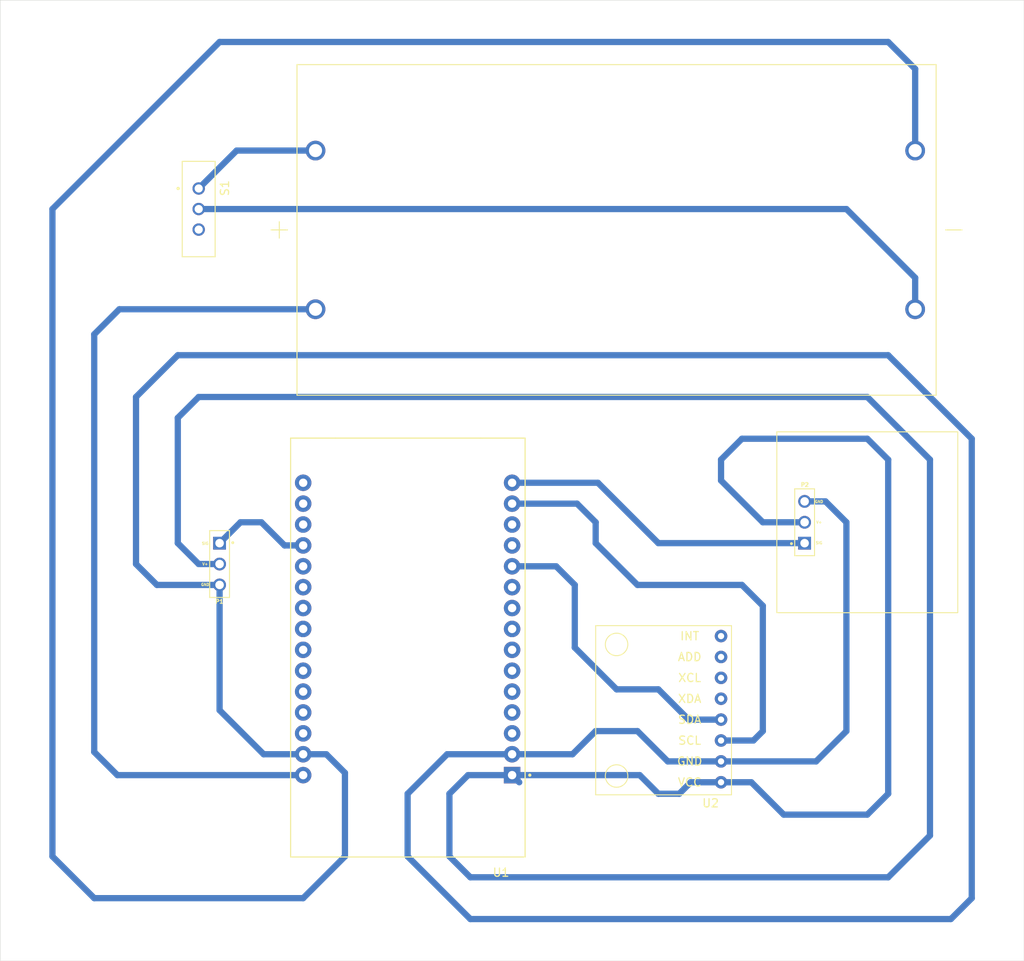
<source format=kicad_pcb>
(kicad_pcb (version 20240108) (generator "pcbnew") (generator_version "8.0")
  (layers (0 "F.Cu" signal) (31 "B.Cu" signal) (34 "B.Paste" user) (35 "F.Paste" user) (36 "B.SilkS" user "B.Silkscreen") (37 "F.SilkS" user "F.Silkscreen") (38 "B.Mask" user) (39 "F.Mask" user) (44 "Edge.Cuts" user))
  (net 0 "")
  (net 6 "Net-(P1-SIGNAL)")
  (net 8 "Net-(U1-D22)")
  (net 9 "Net-(U1-D21)")
  (net 12 "GND")
  (net 16 "+3.3V")
  (net 20 "Net-(U1-VIN)")
  (net 22 "Net-(BT1-Pad1+)")
  (net 32 "Net-(BT1-Pad2-)")
  (net 33 "Net-(P2-SIGNAL)")
  (footprint "MPU6050_MODULE:module_mpu6050" (layer "F.Cu") (at 157.48 115.443 180)
    (property "Reference" "U2" (at 1.27 -20.32 0) (layer "F.SilkS"))
    (property "Value" "module_mpu6050")
    (fp_line (start 15.24 1.27) (end -1.27 1.27) (stroke (width 0.12)) (layer "F.SilkS"))
    (fp_line (start 15.24 -19.304) (end 15.24 1.27) (stroke (width 0.12)) (layer "F.SilkS"))
    (fp_line (start -1.27 1.27) (end -1.27 -19.304) (stroke (width 0.12)) (layer "F.SilkS"))
    (fp_line (start -1.27 -19.304) (end 15.24 -19.304) (stroke (width 0.12)) (layer "F.SilkS"))
    (fp_circle (center 12.7 -1.016) (end 13.208 0.254) (stroke (width 0.12)) (fill none) (layer "F.SilkS"))
    (fp_circle (center 12.7 -17.018) (end 13.208 -15.748) (stroke (width 0.12)) (fill none) (layer "F.SilkS"))
    (fp_text user "SCL" (at 3.81 -12.7 0) (layer "F.SilkS"))
    (fp_text user "INT" (at 3.81 0 0) (layer "F.SilkS"))
    (fp_text user "XDA" (at 3.81 -7.62 0) (layer "F.SilkS"))
    (fp_text user "XCL" (at 3.81 -5.08 0) (layer "F.SilkS"))
    (fp_text user "SDA" (at 3.81 -10.16 0) (layer "F.SilkS"))
    (fp_text user "ADD" (at 3.81 -2.54 0) (layer "F.SilkS"))
    (fp_text user "GND" (at 3.81 -15.24 0) (layer "F.SilkS"))
    (fp_text user "VCC" (at 3.81 -17.78 0) (layer "F.SilkS"))
    (pad "1" thru_hole circle (at 0 -17.78 180) (size 1.524 1.524) (drill 0.762) (layers "*.Cu" "*.Mask") (net 16 "+3.3V"))
    (pad "2" thru_hole circle (at 0 -15.24 180) (size 1.524 1.524) (drill 0.762) (layers "*.Cu" "*.Mask") (net 12 "GND"))
    (pad "3" thru_hole circle (at 0 -12.7 180) (size 1.524 1.524) (drill 0.762) (layers "*.Cu" "*.Mask") (net 8 "Net-(U1-D22)"))
    (pad "4" thru_hole circle (at 0 -10.16 180) (size 1.524 1.524) (drill 0.762) (layers "*.Cu" "*.Mask") (net 9 "Net-(U1-D21)"))
    (pad "5" thru_hole circle (at 0 -7.62 180) (size 1.524 1.524) (drill 0.762) (layers "*.Cu" "*.Mask"))
    (pad "6" thru_hole circle (at 0 -5.08 180) (size 1.524 1.524) (drill 0.762) (layers "*.Cu" "*.Mask"))
    (pad "7" thru_hole circle (at 0 -2.54 180) (size 1.524 1.524) (drill 0.762) (layers "*.Cu" "*.Mask"))
    (pad "8" thru_hole circle (at 0 0 180) (size 1.524 1.524) (drill 0.762) (layers "*.Cu" "*.Mask"))
  )
  (footprint "SEN_11574:XDCR_SEN-11574" (layer "F.Cu") (at 96.52 106.68 180)
    (property "Reference" "P1" (at 0.02405 -4.563278 0) (layer "F.SilkS") (effects (font (size 0.480894 0.480894))))
    (property "Value" "SEN-11574")
    (fp_line (start 1.205 4.065) (end -1.205 4.065) (stroke (width 0.127)) (layer "F.SilkS"))
    (fp_line (start 1.205 -4.065) (end 1.205 4.065) (stroke (width 0.127)) (layer "F.SilkS"))
    (fp_line (start -1.205 4.065) (end -1.205 -4.065) (stroke (width 0.127)) (layer "F.SilkS"))
    (fp_line (start -1.205 -4.065) (end 1.205 -4.065) (stroke (width 0.127)) (layer "F.SilkS"))
    (fp_circle (center -1.6 2.6) (end -1.5 2.6) (stroke (width 0.1524)) (fill none) (layer "F.SilkS"))
    (fp_text user "SIG" (at 1.75512 2.50731 0) (layer "F.SilkS") (effects (font (size 0.320935 0.320935))))
    (fp_text user "GND" (at 1.75352 -2.50503 0) (layer "F.SilkS") (effects (font (size 0.320645 0.320645))))
    (fp_text user "V+" (at 1.75586 0 0) (layer "F.SilkS") (effects (font (size 0.321072 0.321072))))
    (pad "1" thru_hole rect (at 0 2.54 180) (size 1.56 1.56) (drill 1.04) (layers "*.Cu" "*.Mask") (net 6 "Net-(P1-SIGNAL)"))
    (pad "2" thru_hole circle (at 0 0 180) (size 1.56 1.56) (drill 1.04) (layers "*.Cu" "*.Mask") (net 16 "+3.3V"))
    (pad "3" thru_hole circle (at 0 -2.54 180) (size 1.56 1.56) (drill 1.04) (layers "*.Cu" "*.Mask") (net 12 "GND"))
  )
  (footprint "DPST_slide_switch:SW_EG1218" (layer "F.Cu") (at 93.98 63.5 -90)
    (property "Reference" "S1" (at -2.54 -3.175 90) (layer "F.SilkS"))
    (property "Value" "EG1218")
    (fp_line (start -5.8 2) (end -5.8 -2) (stroke (width 0.127)) (layer "F.SilkS"))
    (fp_line (start 5.8 2) (end -5.8 2) (stroke (width 0.127)) (layer "F.SilkS"))
    (fp_line (start -5.8 -2) (end 5.8 -2) (stroke (width 0.127)) (layer "F.SilkS"))
    (fp_line (start 5.8 -2) (end 5.8 2) (stroke (width 0.127)) (layer "F.SilkS"))
    (fp_circle (center -2.5 2.5) (end -2.4 2.5) (stroke (width 0.2)) (fill none) (layer "F.SilkS"))
    (pad "1" thru_hole circle (at -2.5 0 270) (size 1.508 1.508) (drill 1) (layers "*.Cu" "*.Mask") (net 22 "Net-(BT1-Pad1+)"))
    (pad "2" thru_hole circle (at 0 0 270) (size 1.508 1.508) (drill 1) (layers "*.Cu" "*.Mask") (net 32 "Net-(BT1-Pad2-)"))
    (pad "3" thru_hole circle (at 2.5 0 270) (size 1.508 1.508) (drill 1) (layers "*.Cu" "*.Mask"))
  )
  (footprint "BK-18650-PC4:BAT_BK-18650-PC4" (layer "F.Cu") (at 144.78 66.04)
    (property "Reference" "BT1" (hide yes))
    (property "Value" "BK-18650-PC4")
    (fp_line (start -42 0) (end -40 0) (stroke (width 0.127)) (layer "F.SilkS"))
    (fp_line (start -41 -1) (end -41 1) (stroke (width 0.127)) (layer "F.SilkS"))
    (fp_line (start -38.85 -20.105) (end 38.85 -20.105) (stroke (width 0.127)) (layer "F.SilkS"))
    (fp_line (start -38.85 20.105) (end -38.85 -20.105) (stroke (width 0.127)) (layer "F.SilkS"))
    (fp_line (start 38.85 -20.105) (end 38.85 20.105) (stroke (width 0.127)) (layer "F.SilkS"))
    (fp_line (start 38.85 20.105) (end -38.85 20.105) (stroke (width 0.127)) (layer "F.SilkS"))
    (fp_line (start 40 0) (end 42 0) (stroke (width 0.127)) (layer "F.SilkS"))
    (pad "" np_thru_hole circle (at -27.81 -9.65) (size 3.2 3.2) (drill 3.2) (layers "*.Cu" "*.Mask"))
    (pad "" np_thru_hole circle (at -27.81 9.65) (size 3.2 3.2) (drill 3.2) (layers "*.Cu" "*.Mask"))
    (pad "" np_thru_hole circle (at 27.81 -9.65) (size 3.2 3.2) (drill 3.2) (layers "*.Cu" "*.Mask"))
    (pad "" np_thru_hole circle (at 27.81 9.65) (size 3.2 3.2) (drill 3.2) (layers "*.Cu" "*.Mask"))
    (pad "1+" thru_hole circle (at -36.6 -9.65) (size 2.4 2.4) (drill 1.6) (layers "*.Cu" "*.Mask") (net 22 "Net-(BT1-Pad1+)"))
    (pad "1-" thru_hole circle (at 36.3 -9.65) (size 2.4 2.4) (drill 1.6) (layers "*.Cu" "*.Mask") (net 12 "GND"))
    (pad "2+" thru_hole circle (at -36.6 9.65) (size 2.4 2.4) (drill 1.6) (layers "*.Cu" "*.Mask") (net 20 "Net-(U1-VIN)"))
    (pad "2-" thru_hole circle (at 36.3 9.65) (size 2.4 2.4) (drill 1.6) (layers "*.Cu" "*.Mask") (net 32 "Net-(BT1-Pad2-)"))
  )
  (footprint "ESP32-DEVKIT-V1:MODULE_ESP32_DEVKIT_V1" (layer "F.Cu") (at 119.38 116.84 180)
    (property "Reference" "U1" (at -11.355 -27.36 0) (layer "F.SilkS"))
    (property "Value" "ESP32-DEVKIT-V1")
    (fp_line (start 14.23 25.475) (end -14.28 25.475) (stroke (width 0.127)) (layer "F.SilkS"))
    (fp_line (start 14.23 -25.475) (end 14.23 25.475) (stroke (width 0.127)) (layer "F.SilkS"))
    (fp_line (start 14.23 -25.475) (end 14.23 25.475) (stroke (width 0.127)) (layer "F.SilkS"))
    (fp_line (start 8.78 25.475) (end 14.23 25.475) (stroke (width 0.127)) (layer "F.SilkS"))
    (fp_line (start 3.5 -25.475) (end 14.23 -25.475) (stroke (width 0.127)) (layer "F.SilkS"))
    (fp_line (start -3.211 -25.475) (end 3.5 -25.475) (stroke (width 0.127)) (layer "F.SilkS"))
    (fp_line (start -8.91 25.475) (end 8.78 25.475) (stroke (width 0.127)) (layer "F.SilkS"))
    (fp_line (start -14.28 25.475) (end -8.91 25.475) (stroke (width 0.127)) (layer "F.SilkS"))
    (fp_line (start -14.28 25.475) (end -14.28 -25.475) (stroke (width 0.127)) (layer "F.SilkS"))
    (fp_line (start -14.28 25.475) (end -14.28 -25.475) (stroke (width 0.127)) (layer "F.SilkS"))
    (fp_line (start -14.28 -25.475) (end 14.23 -25.475) (stroke (width 0.127)) (layer "F.SilkS"))
    (fp_line (start -14.28 -25.475) (end -3.211 -25.475) (stroke (width 0.127)) (layer "F.SilkS"))
    (fp_circle (center -14.85 -15.515) (end -14.75 -15.515) (stroke (width 0.2)) (fill none) (layer "F.SilkS"))
    (pad "" np_thru_hole circle (at -12.28 -23.475 180) (size 3 3) (drill 3) (layers "*.Cu" "*.Mask"))
    (pad "" np_thru_hole circle (at -12.28 23.475 180) (size 3 3) (drill 3) (layers "*.Cu" "*.Mask"))
    (pad "" np_thru_hole circle (at 12.23 -23.475 180) (size 3 3) (drill 3) (layers "*.Cu" "*.Mask"))
    (pad "" np_thru_hole circle (at 12.23 23.475 180) (size 3 3) (drill 3) (layers "*.Cu" "*.Mask"))
    (pad "1" thru_hole rect (at -12.7 -15.515 180) (size 2 2) (drill 1.02) (layers "*.Cu" "*.Mask") (net 16 "+3.3V"))
    (pad "2" thru_hole circle (at -12.7 -12.975 180) (size 2 2) (drill 1.02) (layers "*.Cu" "*.Mask") (net 12 "GND"))
    (pad "3" thru_hole circle (at -12.7 -10.435 180) (size 2 2) (drill 1.02) (layers "*.Cu" "*.Mask"))
    (pad "4" thru_hole circle (at -12.7 -7.895 180) (size 2 2) (drill 1.02) (layers "*.Cu" "*.Mask"))
    (pad "5" thru_hole circle (at -12.7 -5.355 180) (size 2 2) (drill 1.02) (layers "*.Cu" "*.Mask"))
    (pad "6" thru_hole circle (at -12.7 -2.815 180) (size 2 2) (drill 1.02) (layers "*.Cu" "*.Mask"))
    (pad "7" thru_hole circle (at -12.7 -0.275 180) (size 2 2) (drill 1.02) (layers "*.Cu" "*.Mask"))
    (pad "8" thru_hole circle (at -12.7 2.265 180) (size 2 2) (drill 1.02) (layers "*.Cu" "*.Mask"))
    (pad "9" thru_hole circle (at -12.7 4.805 180) (size 2 2) (drill 1.02) (layers "*.Cu" "*.Mask"))
    (pad "10" thru_hole circle (at -12.7 7.345 180) (size 2 2) (drill 1.02) (layers "*.Cu" "*.Mask"))
    (pad "11" thru_hole circle (at -12.7 9.885 180) (size 2 2) (drill 1.02) (layers "*.Cu" "*.Mask") (net 9 "Net-(U1-D21)"))
    (pad "12" thru_hole circle (at -12.7 12.425 180) (size 2 2) (drill 1.02) (layers "*.Cu" "*.Mask"))
    (pad "13" thru_hole circle (at -12.7 14.965 180) (size 2 2) (drill 1.02) (layers "*.Cu" "*.Mask"))
    (pad "14" thru_hole circle (at -12.7 17.505 180) (size 2 2) (drill 1.02) (layers "*.Cu" "*.Mask") (net 8 "Net-(U1-D22)"))
    (pad "15" thru_hole circle (at -12.7 20.045 180) (size 2 2) (drill 1.02) (layers "*.Cu" "*.Mask") (net 33 "Net-(P2-SIGNAL)"))
    (pad "16" thru_hole circle (at 12.7 20.045 180) (size 2 2) (drill 1.02) (layers "*.Cu" "*.Mask"))
    (pad "17" thru_hole circle (at 12.7 17.505 180) (size 2 2) (drill 1.02) (layers "*.Cu" "*.Mask"))
    (pad "18" thru_hole circle (at 12.7 14.965 180) (size 2 2) (drill 1.02) (layers "*.Cu" "*.Mask"))
    (pad "19" thru_hole circle (at 12.7 12.425 180) (size 2 2) (drill 1.02) (layers "*.Cu" "*.Mask") (net 6 "Net-(P1-SIGNAL)"))
    (pad "20" thru_hole circle (at 12.7 9.885 180) (size 2 2) (drill 1.02) (layers "*.Cu" "*.Mask"))
    (pad "21" thru_hole circle (at 12.7 7.345 180) (size 2 2) (drill 1.02) (layers "*.Cu" "*.Mask"))
    (pad "22" thru_hole circle (at 12.7 4.805 180) (size 2 2) (drill 1.02) (layers "*.Cu" "*.Mask"))
    (pad "23" thru_hole circle (at 12.7 2.265 180) (size 2 2) (drill 1.02) (layers "*.Cu" "*.Mask"))
    (pad "24" thru_hole circle (at 12.7 -0.275 180) (size 2 2) (drill 1.02) (layers "*.Cu" "*.Mask"))
    (pad "25" thru_hole circle (at 12.7 -2.815 180) (size 2 2) (drill 1.02) (layers "*.Cu" "*.Mask"))
    (pad "26" thru_hole circle (at 12.7 -5.355 180) (size 2 2) (drill 1.02) (layers "*.Cu" "*.Mask"))
    (pad "27" thru_hole circle (at 12.7 -7.895 180) (size 2 2) (drill 1.02) (layers "*.Cu" "*.Mask"))
    (pad "28" thru_hole circle (at 12.7 -10.435 180) (size 2 2) (drill 1.02) (layers "*.Cu" "*.Mask"))
    (pad "29" thru_hole circle (at 12.7 -12.975 180) (size 2 2) (drill 1.02) (layers "*.Cu" "*.Mask") (net 12 "GND"))
    (pad "30" thru_hole circle (at 12.7 -15.515 180) (size 2 2) (drill 1.02) (layers "*.Cu" "*.Mask") (net 20 "Net-(U1-VIN)"))
  )
  (footprint "Vibration_Motor_Module:XDCR_Vibration_Motor_Module" (layer "F.Cu") (at 175.26 101.6)
    (property "Reference" "P2" (at -7.59595 -4.563278 0) (layer "F.SilkS") (effects (font (size 0.480894 0.480894))))
    (property "Value" "Vibration Motor Module")
    (fp_line (start -8.825 -4.065) (end -6.415 -4.065) (stroke (width 0.127)) (layer "F.SilkS"))
    (fp_line (start -8.825 4.065) (end -8.825 -4.065) (stroke (width 0.127)) (layer "F.SilkS"))
    (fp_line (start -6.415 -4.065) (end -6.415 4.065) (stroke (width 0.127)) (layer "F.SilkS"))
    (fp_line (start -6.415 4.065) (end -8.825 4.065) (stroke (width 0.127)) (layer "F.SilkS"))
    (fp_rect (start -11 -11) (end 11 11) (stroke (width 0.12)) (fill none) (layer "F.SilkS"))
    (fp_circle (center -9.22 2.6) (end -9.12 2.6) (stroke (width 0.1524)) (fill none) (layer "F.SilkS"))
    (fp_text user "SIG" (at -5.86488 2.50731 0) (layer "F.SilkS") (effects (font (size 0.320935 0.320935))))
    (fp_text user "V+" (at -5.86414 0 0) (layer "F.SilkS") (effects (font (size 0.321072 0.321072))))
    (fp_text user "GND" (at -5.86648 -2.50503 0) (layer "F.SilkS") (effects (font (size 0.320645 0.320645))))
    (pad "1" thru_hole rect (at -7.62 2.54) (size 1.56 1.56) (drill 1.04) (layers "*.Cu" "*.Mask") (net 33 "Net-(P2-SIGNAL)"))
    (pad "2" thru_hole circle (at -7.62 0) (size 1.56 1.56) (drill 1.04) (layers "*.Cu" "*.Mask") (net 16 "+3.3V"))
    (pad "3" thru_hole circle (at -7.62 -2.54) (size 1.56 1.56) (drill 1.04) (layers "*.Cu" "*.Mask") (net 12 "GND"))
  )
  (gr_rect (start 69.85 38.1) (end 194.31 154.94) (stroke (width 0.05)) (fill none) (layer "Edge.Cuts"))
  (segment (start 96.52 104.14) (end 99.06 101.6) (width 0.76) (layer "B.Cu") (net 6))
  (segment (start 101.6 101.6) (end 104.415 104.415) (width 0.76) (layer "B.Cu") (net 6))
  (segment (start 104.415 104.415) (end 106.68 104.415) (width 0.76) (layer "B.Cu") (net 6))
  (segment (start 99.06 101.6) (end 101.6 101.6) (width 0.76) (layer "B.Cu") (net 6))
  (segment (start 139.975 99.335) (end 132.08 99.335) (width 0.76) (layer "B.Cu") (net 8))
  (segment (start 162.56 127) (end 162.56 111.76) (width 0.76) (layer "B.Cu") (net 8))
  (segment (start 147.32 109.22) (end 142.24 104.14) (width 0.76) (layer "B.Cu") (net 8))
  (segment (start 142.24 101.6) (end 139.975 99.335) (width 0.76) (layer "B.Cu") (net 8))
  (segment (start 157.48 128.143) (end 161.417 128.143) (width 0.76) (layer "B.Cu") (net 8))
  (segment (start 161.417 128.143) (end 162.56 127) (width 0.76) (layer "B.Cu") (net 8))
  (segment (start 142.24 104.14) (end 142.24 101.6) (width 0.76) (layer "B.Cu") (net 8))
  (segment (start 160.02 109.22) (end 147.32 109.22) (width 0.76) (layer "B.Cu") (net 8))
  (segment (start 162.56 111.76) (end 160.02 109.22) (width 0.76) (layer "B.Cu") (net 8))
  (segment (start 139.7 109.22) (end 137.435 106.955) (width 0.76) (layer "B.Cu") (net 9))
  (segment (start 137.435 106.955) (end 132.08 106.955) (width 0.76) (layer "B.Cu") (net 9))
  (segment (start 153.543 125.603) (end 149.86 121.92) (width 0.76) (layer "B.Cu") (net 9))
  (segment (start 149.86 121.92) (end 144.78 121.92) (width 0.76) (layer "B.Cu") (net 9))
  (segment (start 157.48 125.603) (end 153.543 125.603) (width 0.76) (layer "B.Cu") (net 9))
  (segment (start 144.78 121.92) (end 139.7 116.84) (width 0.76) (layer "B.Cu") (net 9))
  (segment (start 139.7 116.84) (end 139.7 109.22) (width 0.76) (layer "B.Cu") (net 9))
  (segment (start 187.96 91.44) (end 187.96 147.32) (width 0.76) (layer "B.Cu") (net 12))
  (segment (start 127 149.86) (end 119.38 142.24) (width 0.76) (layer "B.Cu") (net 12))
  (segment (start 177.8 43.18) (end 181.08 46.46) (width 0.76) (layer "B.Cu") (net 12))
  (segment (start 185.42 149.86) (end 127 149.86) (width 0.76) (layer "B.Cu") (net 12))
  (segment (start 111.76 142.24) (end 106.68 147.32) (width 0.76) (layer "B.Cu") (net 12))
  (segment (start 86.36 86.36) (end 91.44 81.28) (width 0.76) (layer "B.Cu") (net 12))
  (segment (start 96.52 124.46) (end 101.875 129.815) (width 0.76) (layer "B.Cu") (net 12))
  (segment (start 151.003 130.683) (end 147.32 127) (width 0.76) (layer "B.Cu") (net 12))
  (segment (start 91.44 81.28) (end 177.8 81.28) (width 0.76) (layer "B.Cu") (net 12))
  (segment (start 81.28 147.32) (end 76.2 142.24) (width 0.76) (layer "B.Cu") (net 12))
  (segment (start 96.52 109.22) (end 88.9 109.22) (width 0.76) (layer "B.Cu") (net 12))
  (segment (start 124.185 129.815) (end 132.08 129.815) (width 0.76) (layer "B.Cu") (net 12))
  (segment (start 187.96 147.32) (end 185.42 149.86) (width 0.76) (layer "B.Cu") (net 12))
  (segment (start 172.72 127) (end 172.72 101.6) (width 0.76) (layer "B.Cu") (net 12))
  (segment (start 181.08 46.46) (end 181.08 56.39) (width 0.76) (layer "B.Cu") (net 12))
  (segment (start 111.76 132.08) (end 111.76 142.24) (width 0.76) (layer "B.Cu") (net 12))
  (segment (start 101.875 129.815) (end 106.68 129.815) (width 0.76) (layer "B.Cu") (net 12))
  (segment (start 106.68 147.32) (end 81.28 147.32) (width 0.76) (layer "B.Cu") (net 12))
  (segment (start 109.495 129.815) (end 111.76 132.08) (width 0.76) (layer "B.Cu") (net 12))
  (segment (start 119.38 134.62) (end 124.185 129.815) (width 0.76) (layer "B.Cu") (net 12))
  (segment (start 147.32 127) (end 142.24 127) (width 0.76) (layer "B.Cu") (net 12))
  (segment (start 157.48 130.683) (end 151.003 130.683) (width 0.76) (layer "B.Cu") (net 12))
  (segment (start 142.24 127) (end 139.425 129.815) (width 0.76) (layer "B.Cu") (net 12))
  (segment (start 119.38 142.24) (end 119.38 134.62) (width 0.76) (layer "B.Cu") (net 12))
  (segment (start 139.425 129.815) (end 132.08 129.815) (width 0.76) (layer "B.Cu") (net 12))
  (segment (start 170.18 99.06) (end 167.64 99.06) (width 0.76) (layer "B.Cu") (net 12))
  (segment (start 96.52 43.18) (end 177.8 43.18) (width 0.76) (layer "B.Cu") (net 12))
  (segment (start 86.36 106.68) (end 86.36 86.36) (width 0.76) (layer "B.Cu") (net 12))
  (segment (start 76.2 142.24) (end 76.2 63.5) (width 0.76) (layer "B.Cu") (net 12))
  (segment (start 88.9 109.22) (end 86.36 106.68) (width 0.76) (layer "B.Cu") (net 12))
  (segment (start 157.48 130.683) (end 169.037 130.683) (width 0.76) (layer "B.Cu") (net 12))
  (segment (start 76.2 63.5) (end 96.52 43.18) (width 0.76) (layer "B.Cu") (net 12))
  (segment (start 106.68 129.815) (end 109.495 129.815) (width 0.76) (layer "B.Cu") (net 12))
  (segment (start 172.72 101.6) (end 170.18 99.06) (width 0.76) (layer "B.Cu") (net 12))
  (segment (start 96.52 109.22) (end 96.52 124.46) (width 0.76) (layer "B.Cu") (net 12))
  (segment (start 177.8 81.28) (end 187.96 91.44) (width 0.76) (layer "B.Cu") (net 12))
  (segment (start 169.037 130.683) (end 172.72 127) (width 0.76) (layer "B.Cu") (net 12))
  (segment (start 177.8 134.62) (end 177.8 93.98) (width 0.76) (layer "B.Cu") (net 16))
  (segment (start 160.02 91.44) (end 157.48 93.98) (width 0.76) (layer "B.Cu") (net 16))
  (segment (start 124.46 142.24) (end 124.46 134.62) (width 0.76) (layer "B.Cu") (net 16))
  (segment (start 161.163 133.223) (end 165.1 137.16) (width 0.76) (layer "B.Cu") (net 16))
  (segment (start 165.1 137.16) (end 175.26 137.16) (width 0.76) (layer "B.Cu") (net 16))
  (segment (start 177.8 93.98) (end 175.26 91.44) (width 0.76) (layer "B.Cu") (net 16))
  (segment (start 182.88 93.98) (end 182.88 139.7) (width 0.76) (layer "B.Cu") (net 16))
  (segment (start 132.948 133.223) (end 132.08 132.355) (width 0.76) (layer "B.Cu") (net 16))
  (segment (start 175.26 86.36) (end 182.88 93.98) (width 0.76) (layer "B.Cu") (net 16))
  (segment (start 157.48 133.223) (end 153.797 133.223) (width 0.76) (layer "B.Cu") (net 16))
  (segment (start 127 144.78) (end 124.46 142.24) (width 0.76) (layer "B.Cu") (net 16))
  (segment (start 175.26 137.16) (end 177.8 134.62) (width 0.76) (layer "B.Cu") (net 16))
  (segment (start 182.88 139.7) (end 177.8 144.78) (width 0.76) (layer "B.Cu") (net 16))
  (segment (start 91.44 88.9) (end 93.98 86.36) (width 0.76) (layer "B.Cu") (net 16))
  (segment (start 91.44 104.14) (end 91.44 88.9) (width 0.76) (layer "B.Cu") (net 16))
  (segment (start 157.48 96.52) (end 162.56 101.6) (width 0.76) (layer "B.Cu") (net 16))
  (segment (start 93.98 86.36) (end 175.26 86.36) (width 0.76) (layer "B.Cu") (net 16))
  (segment (start 149.86 134.62) (end 147.595 132.355) (width 0.76) (layer "B.Cu") (net 16))
  (segment (start 126.725 132.355) (end 132.08 132.355) (width 0.76) (layer "B.Cu") (net 16))
  (segment (start 152.4 134.62) (end 149.86 134.62) (width 0.76) (layer "B.Cu") (net 16))
  (segment (start 124.46 134.62) (end 126.725 132.355) (width 0.76) (layer "B.Cu") (net 16))
  (segment (start 147.595 132.355) (end 132.08 132.355) (width 0.76) (layer "B.Cu") (net 16))
  (segment (start 175.26 91.44) (end 160.02 91.44) (width 0.76) (layer "B.Cu") (net 16))
  (segment (start 157.48 133.223) (end 161.163 133.223) (width 0.76) (layer "B.Cu") (net 16))
  (segment (start 93.98 106.68) (end 91.44 104.14) (width 0.76) (layer "B.Cu") (net 16))
  (segment (start 153.797 133.223) (end 152.4 134.62) (width 0.76) (layer "B.Cu") (net 16))
  (segment (start 157.48 93.98) (end 157.48 96.52) (width 0.76) (layer "B.Cu") (net 16))
  (segment (start 162.56 101.6) (end 167.64 101.6) (width 0.76) (layer "B.Cu") (net 16))
  (segment (start 177.8 144.78) (end 127 144.78) (width 0.76) (layer "B.Cu") (net 16))
  (segment (start 96.52 106.68) (end 93.98 106.68) (width 0.76) (layer "B.Cu") (net 16))
  (segment (start 81.28 78.74) (end 84.33 75.69) (width 0.76) (layer "B.Cu") (net 20))
  (segment (start 81.28 129.54) (end 81.28 78.74) (width 0.76) (layer "B.Cu") (net 20))
  (segment (start 84.33 75.69) (end 108.18 75.69) (width 0.76) (layer "B.Cu") (net 20))
  (segment (start 84.095 132.355) (end 81.28 129.54) (width 0.76) (layer "B.Cu") (net 20))
  (segment (start 106.68 132.355) (end 84.095 132.355) (width 0.76) (layer "B.Cu") (net 20))
  (segment (start 93.98 61) (end 98.59 56.39) (width 0.76) (layer "B.Cu") (net 22))
  (segment (start 98.59 56.39) (end 108.18 56.39) (width 0.76) (layer "B.Cu") (net 22))
  (segment (start 181.08 71.86) (end 181.08 75.69) (width 0.76) (layer "B.Cu") (net 32))
  (segment (start 93.98 63.5) (end 172.72 63.5) (width 0.76) (layer "B.Cu") (net 32))
  (segment (start 172.72 63.5) (end 181.08 71.86) (width 0.76) (layer "B.Cu") (net 32))
  (segment (start 167.64 104.14) (end 149.86 104.14) (width 0.76) (layer "B.Cu") (net 33))
  (segment (start 149.86 104.14) (end 142.515 96.795) (width 0.76) (layer "B.Cu") (net 33))
  (segment (start 142.515 96.795) (end 132.08 96.795) (width 0.76) (layer "B.Cu") (net 33))
)
</source>
